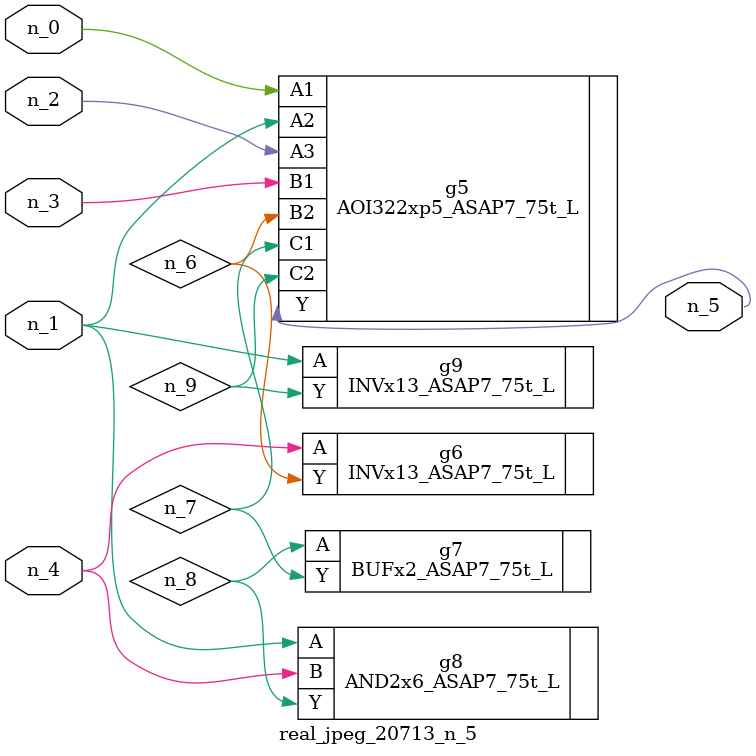
<source format=v>
module real_jpeg_20713_n_5 (n_4, n_0, n_1, n_2, n_3, n_5);

input n_4;
input n_0;
input n_1;
input n_2;
input n_3;

output n_5;

wire n_8;
wire n_6;
wire n_7;
wire n_9;

AOI322xp5_ASAP7_75t_L g5 ( 
.A1(n_0),
.A2(n_1),
.A3(n_2),
.B1(n_3),
.B2(n_6),
.C1(n_7),
.C2(n_9),
.Y(n_5)
);

AND2x6_ASAP7_75t_L g8 ( 
.A(n_1),
.B(n_4),
.Y(n_8)
);

INVx13_ASAP7_75t_L g9 ( 
.A(n_1),
.Y(n_9)
);

INVx13_ASAP7_75t_L g6 ( 
.A(n_4),
.Y(n_6)
);

BUFx2_ASAP7_75t_L g7 ( 
.A(n_8),
.Y(n_7)
);


endmodule
</source>
